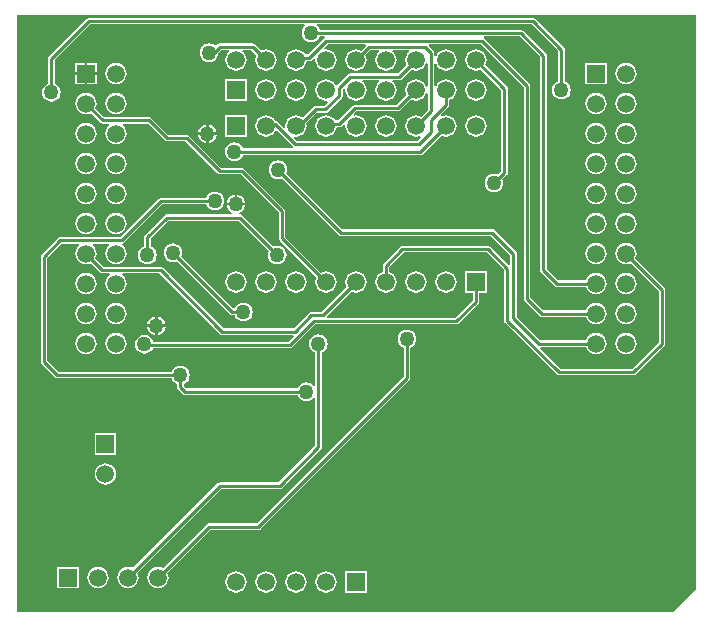
<source format=gbl>
G04*
G04 #@! TF.GenerationSoftware,Altium Limited,Altium Designer,19.0.12 (326)*
G04*
G04 Layer_Physical_Order=2*
G04 Layer_Color=16711680*
%FSLAX25Y25*%
%MOIN*%
G70*
G01*
G75*
%ADD10C,0.01000*%
%ADD38C,0.05906*%
%ADD39R,0.05906X0.05906*%
%ADD40R,0.05906X0.05906*%
%ADD41C,0.05000*%
G36*
X227971Y9634D02*
X220337Y2000D01*
X1529D01*
X1529Y200971D01*
X227971D01*
Y9634D01*
D02*
G37*
%LPC*%
G36*
X173500Y200122D02*
X173500Y200122D01*
X25500D01*
X25500Y200122D01*
X25071Y200036D01*
X24707Y199793D01*
X12207Y187293D01*
X11964Y186929D01*
X11878Y186500D01*
X11878Y186500D01*
Y178141D01*
X11437Y177958D01*
X10789Y177461D01*
X10292Y176813D01*
X9980Y176059D01*
X9873Y175250D01*
X9980Y174441D01*
X10292Y173687D01*
X10789Y173039D01*
X11437Y172542D01*
X12191Y172230D01*
X13000Y172123D01*
X13809Y172230D01*
X14563Y172542D01*
X15211Y173039D01*
X15708Y173687D01*
X16020Y174441D01*
X16127Y175250D01*
X16020Y176059D01*
X15708Y176813D01*
X15211Y177461D01*
X14563Y177958D01*
X14121Y178141D01*
Y186035D01*
X25965Y197878D01*
X97338D01*
X97507Y197378D01*
X97289Y197211D01*
X96792Y196563D01*
X96480Y195809D01*
X96373Y195000D01*
X96480Y194191D01*
X96792Y193437D01*
X97289Y192789D01*
X97937Y192292D01*
X98691Y191980D01*
X99500Y191873D01*
X100309Y191980D01*
X101063Y192292D01*
X101711Y192789D01*
X102208Y193437D01*
X102391Y193878D01*
X103909D01*
X104061Y193378D01*
X103863Y193246D01*
X103863Y193246D01*
X98488Y187872D01*
X97542D01*
X97034Y188534D01*
X96292Y189103D01*
X95427Y189461D01*
X94500Y189583D01*
X93573Y189461D01*
X92708Y189103D01*
X91966Y188534D01*
X91397Y187792D01*
X91039Y186927D01*
X90917Y186000D01*
X91039Y185073D01*
X91397Y184208D01*
X91966Y183466D01*
X92708Y182897D01*
X93573Y182539D01*
X94500Y182417D01*
X95427Y182539D01*
X96292Y182897D01*
X97034Y183466D01*
X97603Y184208D01*
X97961Y185073D01*
X98035Y185628D01*
X98953D01*
X98953Y185628D01*
X99382Y185714D01*
X99746Y185957D01*
X100507Y186718D01*
X100980Y186484D01*
X100917Y186000D01*
X101039Y185073D01*
X101397Y184208D01*
X101966Y183466D01*
X102708Y182897D01*
X103573Y182539D01*
X104500Y182417D01*
X105427Y182539D01*
X106292Y182897D01*
X107034Y183466D01*
X107603Y184208D01*
X107961Y185073D01*
X108083Y186000D01*
X107961Y186927D01*
X107603Y187792D01*
X107034Y188534D01*
X106292Y189103D01*
X105427Y189461D01*
X104500Y189583D01*
X104016Y189520D01*
X103782Y189993D01*
X105120Y191331D01*
X117538D01*
X117745Y190831D01*
X116098Y189184D01*
X115427Y189461D01*
X114500Y189583D01*
X113573Y189461D01*
X112708Y189103D01*
X111966Y188534D01*
X111397Y187792D01*
X111039Y186927D01*
X110917Y186000D01*
X111039Y185073D01*
X111397Y184208D01*
X111966Y183466D01*
X112708Y182897D01*
X113573Y182539D01*
X114500Y182417D01*
X115427Y182539D01*
X116292Y182897D01*
X117034Y183466D01*
X117603Y184208D01*
X117961Y185073D01*
X118083Y186000D01*
X117961Y186927D01*
X117684Y187598D01*
X119417Y189331D01*
X122184D01*
X122354Y188831D01*
X121966Y188534D01*
X121397Y187792D01*
X121039Y186927D01*
X120917Y186000D01*
X121039Y185073D01*
X121397Y184208D01*
X121966Y183466D01*
X122708Y182897D01*
X123573Y182539D01*
X124500Y182417D01*
X125427Y182539D01*
X126292Y182897D01*
X127034Y183466D01*
X127603Y184208D01*
X127961Y185073D01*
X128083Y186000D01*
X127961Y186927D01*
X127603Y187792D01*
X127034Y188534D01*
X126646Y188831D01*
X126816Y189331D01*
X132184D01*
X132354Y188831D01*
X131966Y188534D01*
X131397Y187792D01*
X131039Y186927D01*
X130917Y186000D01*
X131039Y185073D01*
X131316Y184402D01*
X128488Y181574D01*
X112656D01*
X112656Y181574D01*
X112226Y181489D01*
X111863Y181246D01*
X108222Y177605D01*
X107939Y177602D01*
X107650Y177680D01*
X107603Y177792D01*
X107034Y178534D01*
X106292Y179103D01*
X105427Y179461D01*
X104500Y179583D01*
X103573Y179461D01*
X102708Y179103D01*
X101966Y178534D01*
X101397Y177792D01*
X101039Y176927D01*
X100917Y176000D01*
X101039Y175073D01*
X101397Y174208D01*
X101966Y173466D01*
X102708Y172897D01*
X103573Y172539D01*
X104500Y172417D01*
X104984Y172480D01*
X105218Y172007D01*
X103880Y170669D01*
X101047D01*
X101047Y170669D01*
X100618Y170583D01*
X100254Y170340D01*
X96702Y166788D01*
X96292Y167103D01*
X95427Y167461D01*
X94500Y167583D01*
X93573Y167461D01*
X92708Y167103D01*
X91966Y166534D01*
X91397Y165792D01*
X91039Y164927D01*
X90917Y164000D01*
X90980Y163516D01*
X90507Y163282D01*
X88246Y165543D01*
X87882Y165786D01*
X87558Y165850D01*
X87034Y166534D01*
X86292Y167103D01*
X85427Y167461D01*
X84500Y167583D01*
X83573Y167461D01*
X82708Y167103D01*
X81966Y166534D01*
X81397Y165792D01*
X81039Y164927D01*
X80917Y164000D01*
X81039Y163073D01*
X81397Y162208D01*
X81966Y161466D01*
X82708Y160897D01*
X83573Y160539D01*
X84500Y160417D01*
X85427Y160539D01*
X86292Y160897D01*
X87034Y161466D01*
X87603Y162208D01*
X87667Y162362D01*
X88157Y162459D01*
X93410Y157207D01*
X93410Y157207D01*
X93538Y157122D01*
X93386Y156622D01*
X76891D01*
X76708Y157063D01*
X76211Y157711D01*
X75563Y158208D01*
X74809Y158520D01*
X74000Y158627D01*
X73191Y158520D01*
X72437Y158208D01*
X71789Y157711D01*
X71292Y157063D01*
X70980Y156309D01*
X70873Y155500D01*
X70980Y154691D01*
X71292Y153937D01*
X71789Y153289D01*
X72437Y152792D01*
X73191Y152480D01*
X74000Y152373D01*
X74809Y152480D01*
X75563Y152792D01*
X76211Y153289D01*
X76708Y153937D01*
X76891Y154378D01*
X136000D01*
X136000Y154378D01*
X136429Y154464D01*
X136793Y154707D01*
X142902Y160816D01*
X143573Y160539D01*
X144500Y160417D01*
X145427Y160539D01*
X146292Y160897D01*
X147034Y161466D01*
X147603Y162208D01*
X147961Y163073D01*
X148083Y164000D01*
X147961Y164927D01*
X147603Y165792D01*
X147034Y166534D01*
X146292Y167103D01*
X145427Y167461D01*
X144500Y167583D01*
X143573Y167461D01*
X143030Y167236D01*
X142746Y167660D01*
X145293Y170207D01*
X145293Y170207D01*
X145536Y170571D01*
X145622Y171000D01*
X145622Y171000D01*
Y172619D01*
X146292Y172897D01*
X147034Y173466D01*
X147603Y174208D01*
X147961Y175073D01*
X148083Y176000D01*
X147961Y176927D01*
X147603Y177792D01*
X147034Y178534D01*
X146292Y179103D01*
X145427Y179461D01*
X144500Y179583D01*
X143573Y179461D01*
X142708Y179103D01*
X141966Y178534D01*
X141397Y177792D01*
X141122Y177128D01*
X140622Y177227D01*
Y184773D01*
X141122Y184872D01*
X141397Y184208D01*
X141966Y183466D01*
X142708Y182897D01*
X143573Y182539D01*
X144500Y182417D01*
X145427Y182539D01*
X146292Y182897D01*
X147034Y183466D01*
X147603Y184208D01*
X147961Y185073D01*
X148083Y186000D01*
X147961Y186927D01*
X147603Y187792D01*
X147034Y188534D01*
X146292Y189103D01*
X145427Y189461D01*
X144500Y189583D01*
X143573Y189461D01*
X142708Y189103D01*
X141966Y188534D01*
X141397Y187792D01*
X141122Y187127D01*
X140622Y187227D01*
Y188500D01*
X140622Y188500D01*
X140536Y188929D01*
X140293Y189293D01*
X138755Y190831D01*
X138962Y191331D01*
X156083D01*
X170378Y177035D01*
Y106500D01*
X170378Y106500D01*
X170464Y106071D01*
X170707Y105707D01*
X175707Y100707D01*
X175707Y100707D01*
X176071Y100464D01*
X176500Y100378D01*
X176500Y100378D01*
X191119D01*
X191397Y99708D01*
X191966Y98966D01*
X192708Y98397D01*
X193573Y98039D01*
X194500Y97917D01*
X195427Y98039D01*
X196292Y98397D01*
X197034Y98966D01*
X197603Y99708D01*
X197961Y100573D01*
X198083Y101500D01*
X197961Y102427D01*
X197603Y103292D01*
X197034Y104034D01*
X196292Y104603D01*
X195427Y104961D01*
X194500Y105083D01*
X193573Y104961D01*
X192708Y104603D01*
X191966Y104034D01*
X191397Y103292D01*
X191119Y102622D01*
X176965D01*
X172622Y106965D01*
Y177500D01*
X172622Y177500D01*
X172536Y177929D01*
X172293Y178293D01*
X172293Y178293D01*
X157340Y193246D01*
X157142Y193378D01*
X157293Y193878D01*
X169035D01*
X175878Y187035D01*
Y116000D01*
X175878Y116000D01*
X175964Y115571D01*
X176207Y115207D01*
X180707Y110707D01*
X180707Y110707D01*
X181071Y110464D01*
X181500Y110378D01*
X181500Y110378D01*
X191119D01*
X191397Y109708D01*
X191966Y108966D01*
X192708Y108397D01*
X193573Y108039D01*
X194500Y107917D01*
X195427Y108039D01*
X196292Y108397D01*
X197034Y108966D01*
X197603Y109708D01*
X197961Y110573D01*
X198083Y111500D01*
X197961Y112427D01*
X197603Y113292D01*
X197034Y114034D01*
X196292Y114603D01*
X195427Y114961D01*
X194500Y115083D01*
X193573Y114961D01*
X192708Y114603D01*
X191966Y114034D01*
X191397Y113292D01*
X191119Y112622D01*
X181965D01*
X178122Y116465D01*
Y187500D01*
X178036Y187929D01*
X177793Y188293D01*
X177793Y188293D01*
X170293Y195793D01*
X169929Y196036D01*
X169500Y196122D01*
X169500Y196122D01*
X102391D01*
X102208Y196563D01*
X101711Y197211D01*
X101493Y197378D01*
X101662Y197878D01*
X173035D01*
X181878Y189035D01*
Y178891D01*
X181437Y178708D01*
X180789Y178211D01*
X180292Y177563D01*
X179980Y176809D01*
X179873Y176000D01*
X179980Y175191D01*
X180292Y174437D01*
X180789Y173789D01*
X181437Y173292D01*
X182191Y172980D01*
X183000Y172873D01*
X183809Y172980D01*
X184563Y173292D01*
X185211Y173789D01*
X185708Y174437D01*
X186020Y175191D01*
X186127Y176000D01*
X186020Y176809D01*
X185708Y177563D01*
X185211Y178211D01*
X184563Y178708D01*
X184122Y178891D01*
Y189500D01*
X184122Y189500D01*
X184036Y189929D01*
X183793Y190293D01*
X183793Y190293D01*
X174293Y199793D01*
X173929Y200036D01*
X173500Y200122D01*
D02*
G37*
G36*
X65500Y191627D02*
X64691Y191520D01*
X63937Y191208D01*
X63289Y190711D01*
X62792Y190063D01*
X62480Y189309D01*
X62373Y188500D01*
X62480Y187691D01*
X62792Y186937D01*
X63289Y186289D01*
X63937Y185792D01*
X64691Y185480D01*
X65500Y185373D01*
X66309Y185480D01*
X67063Y185792D01*
X67711Y186289D01*
X68208Y186937D01*
X68520Y187691D01*
X68620Y188452D01*
X69500Y189331D01*
X72184D01*
X72354Y188831D01*
X71966Y188534D01*
X71397Y187792D01*
X71039Y186927D01*
X70917Y186000D01*
X71039Y185073D01*
X71397Y184208D01*
X71966Y183466D01*
X72708Y182897D01*
X73573Y182539D01*
X74500Y182417D01*
X75427Y182539D01*
X76292Y182897D01*
X77034Y183466D01*
X77603Y184208D01*
X77961Y185073D01*
X78083Y186000D01*
X77961Y186927D01*
X77603Y187792D01*
X77034Y188534D01*
X76646Y188831D01*
X76816Y189331D01*
X79583D01*
X81316Y187598D01*
X81039Y186927D01*
X80917Y186000D01*
X81039Y185073D01*
X81397Y184208D01*
X81966Y183466D01*
X82708Y182897D01*
X83573Y182539D01*
X84500Y182417D01*
X85427Y182539D01*
X86292Y182897D01*
X87034Y183466D01*
X87603Y184208D01*
X87961Y185073D01*
X88083Y186000D01*
X87961Y186927D01*
X87603Y187792D01*
X87034Y188534D01*
X86292Y189103D01*
X85427Y189461D01*
X84500Y189583D01*
X83573Y189461D01*
X82902Y189184D01*
X80840Y191246D01*
X80476Y191489D01*
X80047Y191574D01*
X80047Y191574D01*
X69035D01*
X69035Y191574D01*
X68606Y191489D01*
X68242Y191246D01*
X67709Y190713D01*
X67063Y191208D01*
X66309Y191520D01*
X65500Y191627D01*
D02*
G37*
G36*
X28053Y185053D02*
X24900D01*
Y181900D01*
X28053D01*
Y185053D01*
D02*
G37*
G36*
X24100D02*
X20947D01*
Y181900D01*
X24100D01*
Y185053D01*
D02*
G37*
G36*
X198053D02*
X190947D01*
Y177947D01*
X198053D01*
Y185053D01*
D02*
G37*
G36*
X28053Y181100D02*
X24900D01*
Y177947D01*
X28053D01*
Y181100D01*
D02*
G37*
G36*
X24100D02*
X20947D01*
Y177947D01*
X24100D01*
Y181100D01*
D02*
G37*
G36*
X204500Y185083D02*
X203573Y184961D01*
X202708Y184603D01*
X201966Y184034D01*
X201397Y183292D01*
X201039Y182427D01*
X200917Y181500D01*
X201039Y180573D01*
X201397Y179708D01*
X201966Y178966D01*
X202708Y178397D01*
X203573Y178039D01*
X204500Y177917D01*
X205427Y178039D01*
X206292Y178397D01*
X207034Y178966D01*
X207603Y179708D01*
X207961Y180573D01*
X208083Y181500D01*
X207961Y182427D01*
X207603Y183292D01*
X207034Y184034D01*
X206292Y184603D01*
X205427Y184961D01*
X204500Y185083D01*
D02*
G37*
G36*
X34500D02*
X33573Y184961D01*
X32708Y184603D01*
X31966Y184034D01*
X31397Y183292D01*
X31039Y182427D01*
X30917Y181500D01*
X31039Y180573D01*
X31397Y179708D01*
X31966Y178966D01*
X32708Y178397D01*
X33573Y178039D01*
X34500Y177917D01*
X35427Y178039D01*
X36292Y178397D01*
X37034Y178966D01*
X37603Y179708D01*
X37961Y180573D01*
X38083Y181500D01*
X37961Y182427D01*
X37603Y183292D01*
X37034Y184034D01*
X36292Y184603D01*
X35427Y184961D01*
X34500Y185083D01*
D02*
G37*
G36*
X78053Y179553D02*
X70947D01*
Y172447D01*
X78053D01*
Y179553D01*
D02*
G37*
G36*
X154500Y179583D02*
X153573Y179461D01*
X152708Y179103D01*
X151966Y178534D01*
X151397Y177792D01*
X151039Y176927D01*
X150917Y176000D01*
X151039Y175073D01*
X151397Y174208D01*
X151966Y173466D01*
X152708Y172897D01*
X153573Y172539D01*
X154500Y172417D01*
X155427Y172539D01*
X156292Y172897D01*
X157034Y173466D01*
X157603Y174208D01*
X157961Y175073D01*
X158083Y176000D01*
X157961Y176927D01*
X157603Y177792D01*
X157034Y178534D01*
X156292Y179103D01*
X155427Y179461D01*
X154500Y179583D01*
D02*
G37*
G36*
X94500D02*
X93573Y179461D01*
X92708Y179103D01*
X91966Y178534D01*
X91397Y177792D01*
X91039Y176927D01*
X90917Y176000D01*
X91039Y175073D01*
X91397Y174208D01*
X91966Y173466D01*
X92708Y172897D01*
X93573Y172539D01*
X94500Y172417D01*
X95427Y172539D01*
X96292Y172897D01*
X97034Y173466D01*
X97603Y174208D01*
X97961Y175073D01*
X98083Y176000D01*
X97961Y176927D01*
X97603Y177792D01*
X97034Y178534D01*
X96292Y179103D01*
X95427Y179461D01*
X94500Y179583D01*
D02*
G37*
G36*
X84500D02*
X83573Y179461D01*
X82708Y179103D01*
X81966Y178534D01*
X81397Y177792D01*
X81039Y176927D01*
X80917Y176000D01*
X81039Y175073D01*
X81397Y174208D01*
X81966Y173466D01*
X82708Y172897D01*
X83573Y172539D01*
X84500Y172417D01*
X85427Y172539D01*
X86292Y172897D01*
X87034Y173466D01*
X87603Y174208D01*
X87961Y175073D01*
X88083Y176000D01*
X87961Y176927D01*
X87603Y177792D01*
X87034Y178534D01*
X86292Y179103D01*
X85427Y179461D01*
X84500Y179583D01*
D02*
G37*
G36*
X204500Y175083D02*
X203573Y174961D01*
X202708Y174603D01*
X201966Y174034D01*
X201397Y173292D01*
X201039Y172427D01*
X200917Y171500D01*
X201039Y170573D01*
X201397Y169708D01*
X201966Y168966D01*
X202708Y168397D01*
X203573Y168039D01*
X204500Y167917D01*
X205427Y168039D01*
X206292Y168397D01*
X207034Y168966D01*
X207603Y169708D01*
X207961Y170573D01*
X208083Y171500D01*
X207961Y172427D01*
X207603Y173292D01*
X207034Y174034D01*
X206292Y174603D01*
X205427Y174961D01*
X204500Y175083D01*
D02*
G37*
G36*
X194500D02*
X193573Y174961D01*
X192708Y174603D01*
X191966Y174034D01*
X191397Y173292D01*
X191039Y172427D01*
X190917Y171500D01*
X191039Y170573D01*
X191397Y169708D01*
X191966Y168966D01*
X192708Y168397D01*
X193573Y168039D01*
X194500Y167917D01*
X195427Y168039D01*
X196292Y168397D01*
X197034Y168966D01*
X197603Y169708D01*
X197961Y170573D01*
X198083Y171500D01*
X197961Y172427D01*
X197603Y173292D01*
X197034Y174034D01*
X196292Y174603D01*
X195427Y174961D01*
X194500Y175083D01*
D02*
G37*
G36*
X34500D02*
X33573Y174961D01*
X32708Y174603D01*
X31966Y174034D01*
X31397Y173292D01*
X31039Y172427D01*
X30917Y171500D01*
X31039Y170573D01*
X31397Y169708D01*
X31966Y168966D01*
X32708Y168397D01*
X33573Y168039D01*
X34500Y167917D01*
X35427Y168039D01*
X36292Y168397D01*
X37034Y168966D01*
X37603Y169708D01*
X37961Y170573D01*
X38083Y171500D01*
X37961Y172427D01*
X37603Y173292D01*
X37034Y174034D01*
X36292Y174603D01*
X35427Y174961D01*
X34500Y175083D01*
D02*
G37*
G36*
X65400Y164574D02*
Y161900D01*
X68074D01*
X68020Y162309D01*
X67708Y163063D01*
X67211Y163711D01*
X66563Y164208D01*
X65809Y164520D01*
X65400Y164574D01*
D02*
G37*
G36*
X64600D02*
X64191Y164520D01*
X63437Y164208D01*
X62789Y163711D01*
X62292Y163063D01*
X61980Y162309D01*
X61926Y161900D01*
X64600D01*
Y164574D01*
D02*
G37*
G36*
X78053Y167553D02*
X70947D01*
Y160447D01*
X78053D01*
Y167553D01*
D02*
G37*
G36*
X154500Y167583D02*
X153573Y167461D01*
X152708Y167103D01*
X151966Y166534D01*
X151397Y165792D01*
X151039Y164927D01*
X150917Y164000D01*
X151039Y163073D01*
X151397Y162208D01*
X151966Y161466D01*
X152708Y160897D01*
X153573Y160539D01*
X154500Y160417D01*
X155427Y160539D01*
X156292Y160897D01*
X157034Y161466D01*
X157603Y162208D01*
X157961Y163073D01*
X158083Y164000D01*
X157961Y164927D01*
X157603Y165792D01*
X157034Y166534D01*
X156292Y167103D01*
X155427Y167461D01*
X154500Y167583D01*
D02*
G37*
G36*
X68074Y161100D02*
X65400D01*
Y158426D01*
X65809Y158480D01*
X66563Y158792D01*
X67211Y159289D01*
X67708Y159937D01*
X68020Y160691D01*
X68074Y161100D01*
D02*
G37*
G36*
X64600D02*
X61926D01*
X61980Y160691D01*
X62292Y159937D01*
X62789Y159289D01*
X63437Y158792D01*
X64191Y158480D01*
X64600Y158426D01*
Y161100D01*
D02*
G37*
G36*
X204500Y165083D02*
X203573Y164961D01*
X202708Y164603D01*
X201966Y164034D01*
X201397Y163292D01*
X201039Y162427D01*
X200917Y161500D01*
X201039Y160573D01*
X201397Y159708D01*
X201966Y158966D01*
X202708Y158397D01*
X203573Y158039D01*
X204500Y157917D01*
X205427Y158039D01*
X206292Y158397D01*
X207034Y158966D01*
X207603Y159708D01*
X207961Y160573D01*
X208083Y161500D01*
X207961Y162427D01*
X207603Y163292D01*
X207034Y164034D01*
X206292Y164603D01*
X205427Y164961D01*
X204500Y165083D01*
D02*
G37*
G36*
X194500D02*
X193573Y164961D01*
X192708Y164603D01*
X191966Y164034D01*
X191397Y163292D01*
X191039Y162427D01*
X190917Y161500D01*
X191039Y160573D01*
X191397Y159708D01*
X191966Y158966D01*
X192708Y158397D01*
X193573Y158039D01*
X194500Y157917D01*
X195427Y158039D01*
X196292Y158397D01*
X197034Y158966D01*
X197603Y159708D01*
X197961Y160573D01*
X198083Y161500D01*
X197961Y162427D01*
X197603Y163292D01*
X197034Y164034D01*
X196292Y164603D01*
X195427Y164961D01*
X194500Y165083D01*
D02*
G37*
G36*
X24500D02*
X23573Y164961D01*
X22708Y164603D01*
X21966Y164034D01*
X21397Y163292D01*
X21039Y162427D01*
X20917Y161500D01*
X21039Y160573D01*
X21397Y159708D01*
X21966Y158966D01*
X22708Y158397D01*
X23573Y158039D01*
X24500Y157917D01*
X25427Y158039D01*
X26292Y158397D01*
X27034Y158966D01*
X27603Y159708D01*
X27961Y160573D01*
X28083Y161500D01*
X27961Y162427D01*
X27603Y163292D01*
X27034Y164034D01*
X26292Y164603D01*
X25427Y164961D01*
X24500Y165083D01*
D02*
G37*
G36*
X204500Y155083D02*
X203573Y154961D01*
X202708Y154603D01*
X201966Y154034D01*
X201397Y153292D01*
X201039Y152427D01*
X200917Y151500D01*
X201039Y150573D01*
X201397Y149708D01*
X201966Y148966D01*
X202708Y148397D01*
X203573Y148039D01*
X204500Y147917D01*
X205427Y148039D01*
X206292Y148397D01*
X207034Y148966D01*
X207603Y149708D01*
X207961Y150573D01*
X208083Y151500D01*
X207961Y152427D01*
X207603Y153292D01*
X207034Y154034D01*
X206292Y154603D01*
X205427Y154961D01*
X204500Y155083D01*
D02*
G37*
G36*
X194500D02*
X193573Y154961D01*
X192708Y154603D01*
X191966Y154034D01*
X191397Y153292D01*
X191039Y152427D01*
X190917Y151500D01*
X191039Y150573D01*
X191397Y149708D01*
X191966Y148966D01*
X192708Y148397D01*
X193573Y148039D01*
X194500Y147917D01*
X195427Y148039D01*
X196292Y148397D01*
X197034Y148966D01*
X197603Y149708D01*
X197961Y150573D01*
X198083Y151500D01*
X197961Y152427D01*
X197603Y153292D01*
X197034Y154034D01*
X196292Y154603D01*
X195427Y154961D01*
X194500Y155083D01*
D02*
G37*
G36*
X34500D02*
X33573Y154961D01*
X32708Y154603D01*
X31966Y154034D01*
X31397Y153292D01*
X31039Y152427D01*
X30917Y151500D01*
X31039Y150573D01*
X31397Y149708D01*
X31966Y148966D01*
X32708Y148397D01*
X33573Y148039D01*
X34500Y147917D01*
X35427Y148039D01*
X36292Y148397D01*
X37034Y148966D01*
X37603Y149708D01*
X37961Y150573D01*
X38083Y151500D01*
X37961Y152427D01*
X37603Y153292D01*
X37034Y154034D01*
X36292Y154603D01*
X35427Y154961D01*
X34500Y155083D01*
D02*
G37*
G36*
X24500D02*
X23573Y154961D01*
X22708Y154603D01*
X21966Y154034D01*
X21397Y153292D01*
X21039Y152427D01*
X20917Y151500D01*
X21039Y150573D01*
X21397Y149708D01*
X21966Y148966D01*
X22708Y148397D01*
X23573Y148039D01*
X24500Y147917D01*
X25427Y148039D01*
X26292Y148397D01*
X27034Y148966D01*
X27603Y149708D01*
X27961Y150573D01*
X28083Y151500D01*
X27961Y152427D01*
X27603Y153292D01*
X27034Y154034D01*
X26292Y154603D01*
X25427Y154961D01*
X24500Y155083D01*
D02*
G37*
G36*
X154500Y189583D02*
X153573Y189461D01*
X152708Y189103D01*
X151966Y188534D01*
X151397Y187792D01*
X151039Y186927D01*
X150917Y186000D01*
X151039Y185073D01*
X151397Y184208D01*
X151966Y183466D01*
X152708Y182897D01*
X153573Y182539D01*
X154500Y182417D01*
X155427Y182539D01*
X156098Y182816D01*
X162878Y176035D01*
Y148965D01*
X161751Y147837D01*
X161309Y148020D01*
X160500Y148127D01*
X159691Y148020D01*
X158937Y147708D01*
X158289Y147211D01*
X157792Y146563D01*
X157480Y145809D01*
X157373Y145000D01*
X157480Y144191D01*
X157792Y143437D01*
X158289Y142789D01*
X158937Y142292D01*
X159691Y141980D01*
X160500Y141873D01*
X161309Y141980D01*
X162063Y142292D01*
X162711Y142789D01*
X163208Y143437D01*
X163520Y144191D01*
X163627Y145000D01*
X163520Y145809D01*
X163337Y146251D01*
X164793Y147707D01*
X164793Y147707D01*
X165036Y148071D01*
X165122Y148500D01*
X165122Y148500D01*
Y176500D01*
X165122Y176500D01*
X165036Y176929D01*
X164793Y177293D01*
X164793Y177293D01*
X157684Y184402D01*
X157961Y185073D01*
X158083Y186000D01*
X157961Y186927D01*
X157603Y187792D01*
X157034Y188534D01*
X156292Y189103D01*
X155427Y189461D01*
X154500Y189583D01*
D02*
G37*
G36*
X74900Y141074D02*
Y138400D01*
X77574D01*
X77520Y138809D01*
X77208Y139563D01*
X76711Y140211D01*
X76063Y140708D01*
X75309Y141020D01*
X74900Y141074D01*
D02*
G37*
G36*
X74100D02*
X73691Y141020D01*
X72937Y140708D01*
X72289Y140211D01*
X71792Y139563D01*
X71480Y138809D01*
X71426Y138400D01*
X74100D01*
Y141074D01*
D02*
G37*
G36*
X204500Y145083D02*
X203573Y144961D01*
X202708Y144603D01*
X201966Y144034D01*
X201397Y143292D01*
X201039Y142427D01*
X200917Y141500D01*
X201039Y140573D01*
X201397Y139708D01*
X201966Y138966D01*
X202708Y138397D01*
X203573Y138039D01*
X204500Y137917D01*
X205427Y138039D01*
X206292Y138397D01*
X207034Y138966D01*
X207603Y139708D01*
X207961Y140573D01*
X208083Y141500D01*
X207961Y142427D01*
X207603Y143292D01*
X207034Y144034D01*
X206292Y144603D01*
X205427Y144961D01*
X204500Y145083D01*
D02*
G37*
G36*
X194500D02*
X193573Y144961D01*
X192708Y144603D01*
X191966Y144034D01*
X191397Y143292D01*
X191039Y142427D01*
X190917Y141500D01*
X191039Y140573D01*
X191397Y139708D01*
X191966Y138966D01*
X192708Y138397D01*
X193573Y138039D01*
X194500Y137917D01*
X195427Y138039D01*
X196292Y138397D01*
X197034Y138966D01*
X197603Y139708D01*
X197961Y140573D01*
X198083Y141500D01*
X197961Y142427D01*
X197603Y143292D01*
X197034Y144034D01*
X196292Y144603D01*
X195427Y144961D01*
X194500Y145083D01*
D02*
G37*
G36*
X34500D02*
X33573Y144961D01*
X32708Y144603D01*
X31966Y144034D01*
X31397Y143292D01*
X31039Y142427D01*
X30917Y141500D01*
X31039Y140573D01*
X31397Y139708D01*
X31966Y138966D01*
X32708Y138397D01*
X33573Y138039D01*
X34500Y137917D01*
X35427Y138039D01*
X36292Y138397D01*
X37034Y138966D01*
X37603Y139708D01*
X37961Y140573D01*
X38083Y141500D01*
X37961Y142427D01*
X37603Y143292D01*
X37034Y144034D01*
X36292Y144603D01*
X35427Y144961D01*
X34500Y145083D01*
D02*
G37*
G36*
X24500D02*
X23573Y144961D01*
X22708Y144603D01*
X21966Y144034D01*
X21397Y143292D01*
X21039Y142427D01*
X20917Y141500D01*
X21039Y140573D01*
X21397Y139708D01*
X21966Y138966D01*
X22708Y138397D01*
X23573Y138039D01*
X24500Y137917D01*
X25427Y138039D01*
X26292Y138397D01*
X27034Y138966D01*
X27603Y139708D01*
X27961Y140573D01*
X28083Y141500D01*
X27961Y142427D01*
X27603Y143292D01*
X27034Y144034D01*
X26292Y144603D01*
X25427Y144961D01*
X24500Y145083D01*
D02*
G37*
G36*
X67500Y142127D02*
X66691Y142020D01*
X65937Y141708D01*
X65289Y141211D01*
X64792Y140563D01*
X64609Y140122D01*
X49500D01*
X49071Y140036D01*
X48707Y139793D01*
X48707Y139793D01*
X35988Y127074D01*
X15953D01*
X15953Y127074D01*
X15524Y126989D01*
X15160Y126746D01*
X15160Y126746D01*
X9707Y121293D01*
X9464Y120929D01*
X9378Y120500D01*
X9378Y120500D01*
Y85500D01*
X9378Y85500D01*
X9464Y85071D01*
X9707Y84707D01*
X14207Y80207D01*
X14207Y80207D01*
X14571Y79964D01*
X15000Y79878D01*
X15000Y79878D01*
X53109D01*
X53292Y79437D01*
X53789Y78789D01*
X54437Y78292D01*
X54878Y78109D01*
Y77000D01*
X54878Y77000D01*
X54964Y76571D01*
X55207Y76207D01*
X56707Y74707D01*
X57071Y74464D01*
X57500Y74378D01*
X57500Y74378D01*
X95109D01*
X95292Y73937D01*
X95789Y73289D01*
X96437Y72792D01*
X97191Y72480D01*
X98000Y72373D01*
X98809Y72480D01*
X99563Y72792D01*
X100211Y73289D01*
X100378Y73507D01*
X100878Y73338D01*
Y57465D01*
X88676Y45262D01*
X69141D01*
X68712Y45177D01*
X68348Y44934D01*
X68348Y44934D01*
X40098Y16684D01*
X39427Y16961D01*
X38500Y17083D01*
X37573Y16961D01*
X36708Y16603D01*
X35966Y16034D01*
X35397Y15292D01*
X35039Y14427D01*
X34917Y13500D01*
X35039Y12573D01*
X35397Y11708D01*
X35966Y10966D01*
X36708Y10397D01*
X37573Y10039D01*
X38500Y9917D01*
X39427Y10039D01*
X40292Y10397D01*
X41034Y10966D01*
X41603Y11708D01*
X41961Y12573D01*
X42083Y13500D01*
X41961Y14427D01*
X41684Y15098D01*
X69605Y43019D01*
X89141D01*
X89141Y43019D01*
X89570Y43105D01*
X89934Y43348D01*
X102793Y56207D01*
X102793Y56207D01*
X103036Y56571D01*
X103122Y57000D01*
X103122Y57000D01*
Y88609D01*
X103563Y88792D01*
X104211Y89289D01*
X104708Y89937D01*
X105020Y90691D01*
X105127Y91500D01*
X105020Y92309D01*
X104708Y93063D01*
X104211Y93711D01*
X103563Y94208D01*
X102809Y94520D01*
X102000Y94627D01*
X101191Y94520D01*
X100437Y94208D01*
X99789Y93711D01*
X99292Y93063D01*
X98980Y92309D01*
X98873Y91500D01*
X98980Y90691D01*
X99292Y89937D01*
X99789Y89289D01*
X100437Y88792D01*
X100878Y88609D01*
Y77662D01*
X100378Y77493D01*
X100211Y77711D01*
X99563Y78208D01*
X98809Y78520D01*
X98000Y78627D01*
X97191Y78520D01*
X96437Y78208D01*
X95789Y77711D01*
X95292Y77063D01*
X95109Y76622D01*
X57965D01*
X57122Y77465D01*
Y78109D01*
X57563Y78292D01*
X58211Y78789D01*
X58708Y79437D01*
X59020Y80191D01*
X59127Y81000D01*
X59020Y81809D01*
X58708Y82563D01*
X58211Y83211D01*
X57563Y83708D01*
X56809Y84020D01*
X56000Y84127D01*
X55191Y84020D01*
X54437Y83708D01*
X53789Y83211D01*
X53292Y82563D01*
X53109Y82122D01*
X15465D01*
X11622Y85965D01*
Y120035D01*
X16417Y124831D01*
X22184D01*
X22354Y124331D01*
X21966Y124034D01*
X21397Y123292D01*
X21039Y122427D01*
X20917Y121500D01*
X21039Y120573D01*
X21397Y119708D01*
X21966Y118966D01*
X22708Y118397D01*
X23573Y118039D01*
X24500Y117917D01*
X25427Y118039D01*
X26098Y118316D01*
X29176Y115238D01*
X29176Y115238D01*
X29540Y114995D01*
X29969Y114909D01*
X32285D01*
X32455Y114409D01*
X31966Y114034D01*
X31397Y113292D01*
X31039Y112427D01*
X30917Y111500D01*
X31039Y110573D01*
X31397Y109708D01*
X31966Y108966D01*
X32708Y108397D01*
X33573Y108039D01*
X34500Y107917D01*
X35427Y108039D01*
X36292Y108397D01*
X37034Y108966D01*
X37603Y109708D01*
X37961Y110573D01*
X38083Y111500D01*
X37961Y112427D01*
X37603Y113292D01*
X37034Y114034D01*
X36545Y114409D01*
X36715Y114909D01*
X49005D01*
X69207Y94707D01*
X69571Y94464D01*
X70000Y94378D01*
X70000Y94378D01*
X93585D01*
X93792Y93878D01*
X92035Y92122D01*
X46999D01*
X46708Y92823D01*
X46211Y93471D01*
X45563Y93968D01*
X44809Y94280D01*
X44000Y94387D01*
X43191Y94280D01*
X42437Y93968D01*
X41789Y93471D01*
X41292Y92823D01*
X40980Y92069D01*
X40873Y91260D01*
X40980Y90451D01*
X41292Y89697D01*
X41789Y89049D01*
X42437Y88552D01*
X43191Y88240D01*
X44000Y88133D01*
X44809Y88240D01*
X45563Y88552D01*
X46211Y89049D01*
X46708Y89697D01*
X46783Y89878D01*
X92500D01*
X92500Y89878D01*
X92929Y89964D01*
X93293Y90207D01*
X100965Y97878D01*
X148000D01*
X148000Y97878D01*
X148429Y97964D01*
X148793Y98207D01*
X155293Y104707D01*
X155293Y104707D01*
X155536Y105071D01*
X155622Y105500D01*
X155622Y105500D01*
Y108447D01*
X158053D01*
Y115553D01*
X150947D01*
Y108447D01*
X153378D01*
Y105965D01*
X147535Y100122D01*
X104915D01*
X104708Y100622D01*
X112902Y108816D01*
X113573Y108539D01*
X114500Y108417D01*
X115427Y108539D01*
X116292Y108897D01*
X117034Y109466D01*
X117603Y110208D01*
X117961Y111073D01*
X118083Y112000D01*
X117961Y112927D01*
X117603Y113792D01*
X117034Y114534D01*
X116292Y115103D01*
X115427Y115461D01*
X114500Y115583D01*
X113573Y115461D01*
X112708Y115103D01*
X111966Y114534D01*
X111397Y113792D01*
X111039Y112927D01*
X110917Y112000D01*
X111039Y111073D01*
X111316Y110402D01*
X103035Y102122D01*
X99672D01*
X99242Y102036D01*
X98879Y101793D01*
X98879Y101793D01*
X93707Y96622D01*
X70465D01*
X50262Y116824D01*
X49898Y117067D01*
X49469Y117152D01*
X49469Y117152D01*
X30434D01*
X27684Y119902D01*
X27961Y120573D01*
X28083Y121500D01*
X27961Y122427D01*
X27603Y123292D01*
X27034Y124034D01*
X26646Y124331D01*
X26816Y124831D01*
X32184D01*
X32354Y124331D01*
X31966Y124034D01*
X31397Y123292D01*
X31039Y122427D01*
X30917Y121500D01*
X31039Y120573D01*
X31397Y119708D01*
X31966Y118966D01*
X32708Y118397D01*
X33573Y118039D01*
X34500Y117917D01*
X35427Y118039D01*
X36292Y118397D01*
X37034Y118966D01*
X37603Y119708D01*
X37961Y120573D01*
X38083Y121500D01*
X37961Y122427D01*
X37603Y123292D01*
X37034Y124034D01*
X36617Y124354D01*
X36741Y124889D01*
X36882Y124917D01*
X37246Y125160D01*
X49965Y137878D01*
X64609D01*
X64792Y137437D01*
X65289Y136789D01*
X65937Y136292D01*
X66691Y135980D01*
X67500Y135873D01*
X68309Y135980D01*
X69063Y136292D01*
X69711Y136789D01*
X70208Y137437D01*
X70520Y138191D01*
X70627Y139000D01*
X70520Y139809D01*
X70208Y140563D01*
X69711Y141211D01*
X69063Y141708D01*
X68309Y142020D01*
X67500Y142127D01*
D02*
G37*
G36*
X77574Y137600D02*
X71426D01*
X71480Y137191D01*
X71792Y136437D01*
X72289Y135789D01*
X72937Y135292D01*
X73348Y135122D01*
X73249Y134622D01*
X51500D01*
X51500Y134622D01*
X51071Y134536D01*
X50707Y134293D01*
X50707Y134293D01*
X44207Y127793D01*
X43964Y127429D01*
X43878Y127000D01*
X43878Y127000D01*
Y123891D01*
X43437Y123708D01*
X42789Y123211D01*
X42292Y122563D01*
X41980Y121809D01*
X41873Y121000D01*
X41980Y120191D01*
X42292Y119437D01*
X42789Y118789D01*
X43437Y118292D01*
X44191Y117980D01*
X45000Y117873D01*
X45809Y117980D01*
X46563Y118292D01*
X47211Y118789D01*
X47708Y119437D01*
X48020Y120191D01*
X48127Y121000D01*
X48020Y121809D01*
X47708Y122563D01*
X47211Y123211D01*
X46563Y123708D01*
X46122Y123891D01*
Y126535D01*
X51965Y132378D01*
X75276D01*
X85403Y122251D01*
X85220Y121809D01*
X85113Y121000D01*
X85220Y120191D01*
X85532Y119437D01*
X86029Y118789D01*
X86677Y118292D01*
X87431Y117980D01*
X88240Y117873D01*
X89049Y117980D01*
X89803Y118292D01*
X90451Y118789D01*
X90948Y119437D01*
X91260Y120191D01*
X91367Y121000D01*
X91260Y121809D01*
X90948Y122563D01*
X90451Y123211D01*
X89803Y123708D01*
X89049Y124020D01*
X88240Y124127D01*
X87431Y124020D01*
X86989Y123837D01*
X76533Y134293D01*
X76169Y134536D01*
X75740Y134622D01*
X75740Y134622D01*
X75652Y135122D01*
X76063Y135292D01*
X76711Y135789D01*
X77208Y136437D01*
X77520Y137191D01*
X77574Y137600D01*
D02*
G37*
G36*
X204500Y135083D02*
X203573Y134961D01*
X202708Y134603D01*
X201966Y134034D01*
X201397Y133292D01*
X201039Y132427D01*
X200917Y131500D01*
X201039Y130573D01*
X201397Y129708D01*
X201966Y128966D01*
X202708Y128397D01*
X203573Y128039D01*
X204500Y127917D01*
X205427Y128039D01*
X206292Y128397D01*
X207034Y128966D01*
X207603Y129708D01*
X207961Y130573D01*
X208083Y131500D01*
X207961Y132427D01*
X207603Y133292D01*
X207034Y134034D01*
X206292Y134603D01*
X205427Y134961D01*
X204500Y135083D01*
D02*
G37*
G36*
X194500D02*
X193573Y134961D01*
X192708Y134603D01*
X191966Y134034D01*
X191397Y133292D01*
X191039Y132427D01*
X190917Y131500D01*
X191039Y130573D01*
X191397Y129708D01*
X191966Y128966D01*
X192708Y128397D01*
X193573Y128039D01*
X194500Y127917D01*
X195427Y128039D01*
X196292Y128397D01*
X197034Y128966D01*
X197603Y129708D01*
X197961Y130573D01*
X198083Y131500D01*
X197961Y132427D01*
X197603Y133292D01*
X197034Y134034D01*
X196292Y134603D01*
X195427Y134961D01*
X194500Y135083D01*
D02*
G37*
G36*
X34500D02*
X33573Y134961D01*
X32708Y134603D01*
X31966Y134034D01*
X31397Y133292D01*
X31039Y132427D01*
X30917Y131500D01*
X31039Y130573D01*
X31397Y129708D01*
X31966Y128966D01*
X32708Y128397D01*
X33573Y128039D01*
X34500Y127917D01*
X35427Y128039D01*
X36292Y128397D01*
X37034Y128966D01*
X37603Y129708D01*
X37961Y130573D01*
X38083Y131500D01*
X37961Y132427D01*
X37603Y133292D01*
X37034Y134034D01*
X36292Y134603D01*
X35427Y134961D01*
X34500Y135083D01*
D02*
G37*
G36*
X24500D02*
X23573Y134961D01*
X22708Y134603D01*
X21966Y134034D01*
X21397Y133292D01*
X21039Y132427D01*
X20917Y131500D01*
X21039Y130573D01*
X21397Y129708D01*
X21966Y128966D01*
X22708Y128397D01*
X23573Y128039D01*
X24500Y127917D01*
X25427Y128039D01*
X26292Y128397D01*
X27034Y128966D01*
X27603Y129708D01*
X27961Y130573D01*
X28083Y131500D01*
X27961Y132427D01*
X27603Y133292D01*
X27034Y134034D01*
X26292Y134603D01*
X25427Y134961D01*
X24500Y135083D01*
D02*
G37*
G36*
X194500Y125083D02*
X193573Y124961D01*
X192708Y124603D01*
X191966Y124034D01*
X191397Y123292D01*
X191039Y122427D01*
X190917Y121500D01*
X191039Y120573D01*
X191397Y119708D01*
X191966Y118966D01*
X192708Y118397D01*
X193573Y118039D01*
X194500Y117917D01*
X195427Y118039D01*
X196292Y118397D01*
X197034Y118966D01*
X197603Y119708D01*
X197961Y120573D01*
X198083Y121500D01*
X197961Y122427D01*
X197603Y123292D01*
X197034Y124034D01*
X196292Y124603D01*
X195427Y124961D01*
X194500Y125083D01*
D02*
G37*
G36*
X88500Y152627D02*
X87691Y152520D01*
X86937Y152208D01*
X86289Y151711D01*
X85792Y151063D01*
X85480Y150309D01*
X85373Y149500D01*
X85480Y148691D01*
X85792Y147937D01*
X86289Y147289D01*
X86937Y146792D01*
X87691Y146480D01*
X88500Y146373D01*
X89309Y146480D01*
X89751Y146663D01*
X108707Y127707D01*
X108707Y127707D01*
X109071Y127464D01*
X109500Y127378D01*
X159535D01*
X165878Y121035D01*
Y117915D01*
X165378Y117708D01*
X159293Y123793D01*
X158929Y124036D01*
X158500Y124122D01*
X158500Y124122D01*
X130000D01*
X129571Y124036D01*
X129207Y123793D01*
X129207Y123793D01*
X123707Y118293D01*
X123464Y117929D01*
X123378Y117500D01*
X123378Y117500D01*
Y115381D01*
X122708Y115103D01*
X121966Y114534D01*
X121397Y113792D01*
X121039Y112927D01*
X120917Y112000D01*
X121039Y111073D01*
X121397Y110208D01*
X121966Y109466D01*
X122708Y108897D01*
X123573Y108539D01*
X124500Y108417D01*
X125427Y108539D01*
X126292Y108897D01*
X127034Y109466D01*
X127603Y110208D01*
X127961Y111073D01*
X128083Y112000D01*
X127961Y112927D01*
X127603Y113792D01*
X127034Y114534D01*
X126292Y115103D01*
X125622Y115381D01*
Y117035D01*
X130465Y121878D01*
X158035D01*
X163878Y116035D01*
Y99172D01*
X163878Y99172D01*
X163964Y98742D01*
X164207Y98378D01*
X181378Y81207D01*
X181378Y81207D01*
X181742Y80964D01*
X182172Y80878D01*
X182172Y80878D01*
X207000D01*
X207000Y80878D01*
X207429Y80964D01*
X207793Y81207D01*
X217293Y90707D01*
X217293Y90707D01*
X217536Y91071D01*
X217622Y91500D01*
X217621Y91500D01*
Y109500D01*
X217536Y109929D01*
X217293Y110293D01*
X217293Y110293D01*
X207684Y119902D01*
X207961Y120573D01*
X208083Y121500D01*
X207961Y122427D01*
X207603Y123292D01*
X207034Y124034D01*
X206292Y124603D01*
X205427Y124961D01*
X204500Y125083D01*
X203573Y124961D01*
X202708Y124603D01*
X201966Y124034D01*
X201397Y123292D01*
X201039Y122427D01*
X200917Y121500D01*
X201039Y120573D01*
X201397Y119708D01*
X201966Y118966D01*
X202708Y118397D01*
X203573Y118039D01*
X204500Y117917D01*
X205427Y118039D01*
X206098Y118316D01*
X215378Y109035D01*
Y91965D01*
X206535Y83122D01*
X182636D01*
X175879Y89878D01*
X176086Y90378D01*
X191119D01*
X191397Y89708D01*
X191966Y88966D01*
X192708Y88397D01*
X193573Y88039D01*
X194500Y87917D01*
X195427Y88039D01*
X196292Y88397D01*
X197034Y88966D01*
X197603Y89708D01*
X197961Y90573D01*
X198083Y91500D01*
X197961Y92427D01*
X197603Y93292D01*
X197034Y94034D01*
X196292Y94603D01*
X195427Y94961D01*
X194500Y95083D01*
X193573Y94961D01*
X192708Y94603D01*
X191966Y94034D01*
X191397Y93292D01*
X191119Y92622D01*
X175965D01*
X168122Y100465D01*
Y121500D01*
X168036Y121929D01*
X167793Y122293D01*
X167793Y122293D01*
X160793Y129293D01*
X160429Y129536D01*
X160000Y129622D01*
X160000Y129622D01*
X109965D01*
X91337Y148249D01*
X91520Y148691D01*
X91627Y149500D01*
X91520Y150309D01*
X91208Y151063D01*
X90711Y151711D01*
X90063Y152208D01*
X89309Y152520D01*
X88500Y152627D01*
D02*
G37*
G36*
X144500Y115583D02*
X143573Y115461D01*
X142708Y115103D01*
X141966Y114534D01*
X141397Y113792D01*
X141039Y112927D01*
X140917Y112000D01*
X141039Y111073D01*
X141397Y110208D01*
X141966Y109466D01*
X142708Y108897D01*
X143573Y108539D01*
X144500Y108417D01*
X145427Y108539D01*
X146292Y108897D01*
X147034Y109466D01*
X147603Y110208D01*
X147961Y111073D01*
X148083Y112000D01*
X147961Y112927D01*
X147603Y113792D01*
X147034Y114534D01*
X146292Y115103D01*
X145427Y115461D01*
X144500Y115583D01*
D02*
G37*
G36*
X134500D02*
X133573Y115461D01*
X132708Y115103D01*
X131966Y114534D01*
X131397Y113792D01*
X131039Y112927D01*
X130917Y112000D01*
X131039Y111073D01*
X131397Y110208D01*
X131966Y109466D01*
X132708Y108897D01*
X133573Y108539D01*
X134500Y108417D01*
X135427Y108539D01*
X136292Y108897D01*
X137034Y109466D01*
X137603Y110208D01*
X137961Y111073D01*
X138083Y112000D01*
X137961Y112927D01*
X137603Y113792D01*
X137034Y114534D01*
X136292Y115103D01*
X135427Y115461D01*
X134500Y115583D01*
D02*
G37*
G36*
X24500Y175083D02*
X23573Y174961D01*
X22708Y174603D01*
X21966Y174034D01*
X21397Y173292D01*
X21039Y172427D01*
X20917Y171500D01*
X21039Y170573D01*
X21397Y169708D01*
X21966Y168966D01*
X22708Y168397D01*
X23573Y168039D01*
X24500Y167917D01*
X25427Y168039D01*
X26098Y168316D01*
X29254Y165160D01*
X29254Y165160D01*
X29618Y164917D01*
X30047Y164831D01*
X32184D01*
X32354Y164331D01*
X31966Y164034D01*
X31397Y163292D01*
X31039Y162427D01*
X30917Y161500D01*
X31039Y160573D01*
X31397Y159708D01*
X31966Y158966D01*
X32708Y158397D01*
X33573Y158039D01*
X34500Y157917D01*
X35427Y158039D01*
X36292Y158397D01*
X37034Y158966D01*
X37603Y159708D01*
X37961Y160573D01*
X38083Y161500D01*
X37961Y162427D01*
X37603Y163292D01*
X37034Y164034D01*
X36646Y164331D01*
X36816Y164831D01*
X45083D01*
X50707Y159207D01*
X50707Y159207D01*
X51071Y158964D01*
X51500Y158878D01*
X57692D01*
X68364Y148207D01*
X68728Y147964D01*
X69157Y147878D01*
X69157Y147878D01*
X76035D01*
X88738Y135176D01*
Y126641D01*
X88737Y126641D01*
X88823Y126212D01*
X89066Y125848D01*
X101316Y113598D01*
X101039Y112927D01*
X100917Y112000D01*
X101039Y111073D01*
X101397Y110208D01*
X101966Y109466D01*
X102708Y108897D01*
X103573Y108539D01*
X104500Y108417D01*
X105427Y108539D01*
X106292Y108897D01*
X107034Y109466D01*
X107603Y110208D01*
X107961Y111073D01*
X108083Y112000D01*
X107961Y112927D01*
X107603Y113792D01*
X107034Y114534D01*
X106292Y115103D01*
X105427Y115461D01*
X104500Y115583D01*
X103573Y115461D01*
X102902Y115184D01*
X90981Y127105D01*
Y135641D01*
X90895Y136070D01*
X90652Y136434D01*
X90652Y136434D01*
X77293Y149793D01*
X76929Y150036D01*
X76500Y150122D01*
X76500Y150122D01*
X69621D01*
X58950Y160793D01*
X58586Y161036D01*
X58157Y161122D01*
X58157Y161122D01*
X51965D01*
X46340Y166746D01*
X45976Y166989D01*
X45547Y167074D01*
X45547Y167074D01*
X30512D01*
X27684Y169902D01*
X27961Y170573D01*
X28083Y171500D01*
X27961Y172427D01*
X27603Y173292D01*
X27034Y174034D01*
X26292Y174603D01*
X25427Y174961D01*
X24500Y175083D01*
D02*
G37*
G36*
X94500Y115583D02*
X93573Y115461D01*
X92708Y115103D01*
X91966Y114534D01*
X91397Y113792D01*
X91039Y112927D01*
X90917Y112000D01*
X91039Y111073D01*
X91397Y110208D01*
X91966Y109466D01*
X92708Y108897D01*
X93573Y108539D01*
X94500Y108417D01*
X95427Y108539D01*
X96292Y108897D01*
X97034Y109466D01*
X97603Y110208D01*
X97961Y111073D01*
X98083Y112000D01*
X97961Y112927D01*
X97603Y113792D01*
X97034Y114534D01*
X96292Y115103D01*
X95427Y115461D01*
X94500Y115583D01*
D02*
G37*
G36*
X84500D02*
X83573Y115461D01*
X82708Y115103D01*
X81966Y114534D01*
X81397Y113792D01*
X81039Y112927D01*
X80917Y112000D01*
X81039Y111073D01*
X81397Y110208D01*
X81966Y109466D01*
X82708Y108897D01*
X83573Y108539D01*
X84500Y108417D01*
X85427Y108539D01*
X86292Y108897D01*
X87034Y109466D01*
X87603Y110208D01*
X87961Y111073D01*
X88083Y112000D01*
X87961Y112927D01*
X87603Y113792D01*
X87034Y114534D01*
X86292Y115103D01*
X85427Y115461D01*
X84500Y115583D01*
D02*
G37*
G36*
X74500D02*
X73573Y115461D01*
X72708Y115103D01*
X71966Y114534D01*
X71397Y113792D01*
X71039Y112927D01*
X70917Y112000D01*
X71039Y111073D01*
X71397Y110208D01*
X71966Y109466D01*
X72708Y108897D01*
X73573Y108539D01*
X74500Y108417D01*
X75427Y108539D01*
X76292Y108897D01*
X77034Y109466D01*
X77603Y110208D01*
X77961Y111073D01*
X78083Y112000D01*
X77961Y112927D01*
X77603Y113792D01*
X77034Y114534D01*
X76292Y115103D01*
X75427Y115461D01*
X74500Y115583D01*
D02*
G37*
G36*
X204500Y115083D02*
X203573Y114961D01*
X202708Y114603D01*
X201966Y114034D01*
X201397Y113292D01*
X201039Y112427D01*
X200917Y111500D01*
X201039Y110573D01*
X201397Y109708D01*
X201966Y108966D01*
X202708Y108397D01*
X203573Y108039D01*
X204500Y107917D01*
X205427Y108039D01*
X206292Y108397D01*
X207034Y108966D01*
X207603Y109708D01*
X207961Y110573D01*
X208083Y111500D01*
X207961Y112427D01*
X207603Y113292D01*
X207034Y114034D01*
X206292Y114603D01*
X205427Y114961D01*
X204500Y115083D01*
D02*
G37*
G36*
X24500D02*
X23573Y114961D01*
X22708Y114603D01*
X21966Y114034D01*
X21397Y113292D01*
X21039Y112427D01*
X20917Y111500D01*
X21039Y110573D01*
X21397Y109708D01*
X21966Y108966D01*
X22708Y108397D01*
X23573Y108039D01*
X24500Y107917D01*
X25427Y108039D01*
X26292Y108397D01*
X27034Y108966D01*
X27603Y109708D01*
X27961Y110573D01*
X28083Y111500D01*
X27961Y112427D01*
X27603Y113292D01*
X27034Y114034D01*
X26292Y114603D01*
X25427Y114961D01*
X24500Y115083D01*
D02*
G37*
G36*
X53500Y124887D02*
X52691Y124780D01*
X51937Y124468D01*
X51289Y123971D01*
X50792Y123323D01*
X50480Y122569D01*
X50373Y121760D01*
X50480Y120951D01*
X50792Y120197D01*
X51289Y119549D01*
X51937Y119052D01*
X52691Y118740D01*
X53500Y118633D01*
X54309Y118740D01*
X54751Y118923D01*
X72467Y101207D01*
X72831Y100964D01*
X73260Y100878D01*
X73260Y100878D01*
X74109D01*
X74292Y100437D01*
X74789Y99789D01*
X75437Y99292D01*
X76191Y98980D01*
X77000Y98873D01*
X77809Y98980D01*
X78563Y99292D01*
X79211Y99789D01*
X79708Y100437D01*
X80020Y101191D01*
X80127Y102000D01*
X80020Y102809D01*
X79708Y103563D01*
X79211Y104211D01*
X78563Y104708D01*
X77809Y105020D01*
X77000Y105127D01*
X76191Y105020D01*
X75437Y104708D01*
X74789Y104211D01*
X74292Y103563D01*
X74167Y103261D01*
X73647Y103199D01*
X56337Y120509D01*
X56520Y120951D01*
X56627Y121760D01*
X56520Y122569D01*
X56208Y123323D01*
X55711Y123971D01*
X55063Y124468D01*
X54309Y124780D01*
X53500Y124887D01*
D02*
G37*
G36*
X204500Y105083D02*
X203573Y104961D01*
X202708Y104603D01*
X201966Y104034D01*
X201397Y103292D01*
X201039Y102427D01*
X200917Y101500D01*
X201039Y100573D01*
X201397Y99708D01*
X201966Y98966D01*
X202708Y98397D01*
X203573Y98039D01*
X204500Y97917D01*
X205427Y98039D01*
X206292Y98397D01*
X207034Y98966D01*
X207603Y99708D01*
X207961Y100573D01*
X208083Y101500D01*
X207961Y102427D01*
X207603Y103292D01*
X207034Y104034D01*
X206292Y104603D01*
X205427Y104961D01*
X204500Y105083D01*
D02*
G37*
G36*
X34500D02*
X33573Y104961D01*
X32708Y104603D01*
X31966Y104034D01*
X31397Y103292D01*
X31039Y102427D01*
X30917Y101500D01*
X31039Y100573D01*
X31397Y99708D01*
X31966Y98966D01*
X32708Y98397D01*
X33573Y98039D01*
X34500Y97917D01*
X35427Y98039D01*
X36292Y98397D01*
X37034Y98966D01*
X37603Y99708D01*
X37961Y100573D01*
X38083Y101500D01*
X37961Y102427D01*
X37603Y103292D01*
X37034Y104034D01*
X36292Y104603D01*
X35427Y104961D01*
X34500Y105083D01*
D02*
G37*
G36*
X24500D02*
X23573Y104961D01*
X22708Y104603D01*
X21966Y104034D01*
X21397Y103292D01*
X21039Y102427D01*
X20917Y101500D01*
X21039Y100573D01*
X21397Y99708D01*
X21966Y98966D01*
X22708Y98397D01*
X23573Y98039D01*
X24500Y97917D01*
X25427Y98039D01*
X26292Y98397D01*
X27034Y98966D01*
X27603Y99708D01*
X27961Y100573D01*
X28083Y101500D01*
X27961Y102427D01*
X27603Y103292D01*
X27034Y104034D01*
X26292Y104603D01*
X25427Y104961D01*
X24500Y105083D01*
D02*
G37*
G36*
X48400Y100574D02*
Y97900D01*
X51074D01*
X51020Y98309D01*
X50708Y99063D01*
X50211Y99711D01*
X49563Y100208D01*
X48809Y100520D01*
X48400Y100574D01*
D02*
G37*
G36*
X47600D02*
X47191Y100520D01*
X46437Y100208D01*
X45789Y99711D01*
X45292Y99063D01*
X44980Y98309D01*
X44926Y97900D01*
X47600D01*
Y100574D01*
D02*
G37*
G36*
X51074Y97100D02*
X48400D01*
Y94426D01*
X48809Y94480D01*
X49563Y94792D01*
X50211Y95289D01*
X50708Y95937D01*
X51020Y96691D01*
X51074Y97100D01*
D02*
G37*
G36*
X47600D02*
X44926D01*
X44980Y96691D01*
X45292Y95937D01*
X45789Y95289D01*
X46437Y94792D01*
X47191Y94480D01*
X47600Y94426D01*
Y97100D01*
D02*
G37*
G36*
X204500Y95083D02*
X203573Y94961D01*
X202708Y94603D01*
X201966Y94034D01*
X201397Y93292D01*
X201039Y92427D01*
X200917Y91500D01*
X201039Y90573D01*
X201397Y89708D01*
X201966Y88966D01*
X202708Y88397D01*
X203573Y88039D01*
X204500Y87917D01*
X205427Y88039D01*
X206292Y88397D01*
X207034Y88966D01*
X207603Y89708D01*
X207961Y90573D01*
X208083Y91500D01*
X207961Y92427D01*
X207603Y93292D01*
X207034Y94034D01*
X206292Y94603D01*
X205427Y94961D01*
X204500Y95083D01*
D02*
G37*
G36*
X34500D02*
X33573Y94961D01*
X32708Y94603D01*
X31966Y94034D01*
X31397Y93292D01*
X31039Y92427D01*
X30917Y91500D01*
X31039Y90573D01*
X31397Y89708D01*
X31966Y88966D01*
X32708Y88397D01*
X33573Y88039D01*
X34500Y87917D01*
X35427Y88039D01*
X36292Y88397D01*
X37034Y88966D01*
X37603Y89708D01*
X37961Y90573D01*
X38083Y91500D01*
X37961Y92427D01*
X37603Y93292D01*
X37034Y94034D01*
X36292Y94603D01*
X35427Y94961D01*
X34500Y95083D01*
D02*
G37*
G36*
X24500D02*
X23573Y94961D01*
X22708Y94603D01*
X21966Y94034D01*
X21397Y93292D01*
X21039Y92427D01*
X20917Y91500D01*
X21039Y90573D01*
X21397Y89708D01*
X21966Y88966D01*
X22708Y88397D01*
X23573Y88039D01*
X24500Y87917D01*
X25427Y88039D01*
X26292Y88397D01*
X27034Y88966D01*
X27603Y89708D01*
X27961Y90573D01*
X28083Y91500D01*
X27961Y92427D01*
X27603Y93292D01*
X27034Y94034D01*
X26292Y94603D01*
X25427Y94961D01*
X24500Y95083D01*
D02*
G37*
G36*
X34553Y61553D02*
X27447D01*
Y54447D01*
X34553D01*
Y61553D01*
D02*
G37*
G36*
X31000Y51583D02*
X30073Y51461D01*
X29208Y51103D01*
X28466Y50534D01*
X27897Y49792D01*
X27539Y48927D01*
X27417Y48000D01*
X27539Y47073D01*
X27897Y46208D01*
X28466Y45466D01*
X29208Y44897D01*
X30073Y44539D01*
X31000Y44417D01*
X31927Y44539D01*
X32792Y44897D01*
X33534Y45466D01*
X34103Y46208D01*
X34461Y47073D01*
X34583Y48000D01*
X34461Y48927D01*
X34103Y49792D01*
X33534Y50534D01*
X32792Y51103D01*
X31927Y51461D01*
X31000Y51583D01*
D02*
G37*
G36*
X131500Y96127D02*
X130691Y96020D01*
X129937Y95708D01*
X129289Y95211D01*
X128792Y94563D01*
X128480Y93809D01*
X128373Y93000D01*
X128480Y92191D01*
X128792Y91437D01*
X129289Y90789D01*
X129937Y90292D01*
X130378Y90109D01*
Y80465D01*
X81535Y31622D01*
X65500D01*
X65500Y31622D01*
X65071Y31536D01*
X64707Y31293D01*
X50098Y16684D01*
X49427Y16961D01*
X48500Y17083D01*
X47573Y16961D01*
X46708Y16603D01*
X45966Y16034D01*
X45397Y15292D01*
X45039Y14427D01*
X44917Y13500D01*
X45039Y12573D01*
X45397Y11708D01*
X45966Y10966D01*
X46708Y10397D01*
X47573Y10039D01*
X48500Y9917D01*
X49427Y10039D01*
X50292Y10397D01*
X51034Y10966D01*
X51603Y11708D01*
X51961Y12573D01*
X52083Y13500D01*
X51961Y14427D01*
X51684Y15098D01*
X65965Y29378D01*
X82000D01*
X82000Y29378D01*
X82429Y29464D01*
X82793Y29707D01*
X132293Y79207D01*
X132293Y79207D01*
X132536Y79571D01*
X132622Y80000D01*
X132622Y80000D01*
Y90109D01*
X133063Y90292D01*
X133711Y90789D01*
X134208Y91437D01*
X134520Y92191D01*
X134627Y93000D01*
X134520Y93809D01*
X134208Y94563D01*
X133711Y95211D01*
X133063Y95708D01*
X132309Y96020D01*
X131500Y96127D01*
D02*
G37*
G36*
X22053Y17053D02*
X14947D01*
Y9947D01*
X22053D01*
Y17053D01*
D02*
G37*
G36*
X28500Y17083D02*
X27573Y16961D01*
X26708Y16603D01*
X25966Y16034D01*
X25397Y15292D01*
X25039Y14427D01*
X24917Y13500D01*
X25039Y12573D01*
X25397Y11708D01*
X25966Y10966D01*
X26708Y10397D01*
X27573Y10039D01*
X28500Y9917D01*
X29427Y10039D01*
X30292Y10397D01*
X31034Y10966D01*
X31603Y11708D01*
X31961Y12573D01*
X32083Y13500D01*
X31961Y14427D01*
X31603Y15292D01*
X31034Y16034D01*
X30292Y16603D01*
X29427Y16961D01*
X28500Y17083D01*
D02*
G37*
G36*
X118053Y15553D02*
X110947D01*
Y8447D01*
X118053D01*
Y15553D01*
D02*
G37*
G36*
X104500Y15583D02*
X103573Y15461D01*
X102708Y15103D01*
X101966Y14534D01*
X101397Y13792D01*
X101039Y12927D01*
X100917Y12000D01*
X101039Y11073D01*
X101397Y10208D01*
X101966Y9466D01*
X102708Y8897D01*
X103573Y8539D01*
X104500Y8417D01*
X105427Y8539D01*
X106292Y8897D01*
X107034Y9466D01*
X107603Y10208D01*
X107961Y11073D01*
X108083Y12000D01*
X107961Y12927D01*
X107603Y13792D01*
X107034Y14534D01*
X106292Y15103D01*
X105427Y15461D01*
X104500Y15583D01*
D02*
G37*
G36*
X94500D02*
X93573Y15461D01*
X92708Y15103D01*
X91966Y14534D01*
X91397Y13792D01*
X91039Y12927D01*
X90917Y12000D01*
X91039Y11073D01*
X91397Y10208D01*
X91966Y9466D01*
X92708Y8897D01*
X93573Y8539D01*
X94500Y8417D01*
X95427Y8539D01*
X96292Y8897D01*
X97034Y9466D01*
X97603Y10208D01*
X97961Y11073D01*
X98083Y12000D01*
X97961Y12927D01*
X97603Y13792D01*
X97034Y14534D01*
X96292Y15103D01*
X95427Y15461D01*
X94500Y15583D01*
D02*
G37*
G36*
X84500D02*
X83573Y15461D01*
X82708Y15103D01*
X81966Y14534D01*
X81397Y13792D01*
X81039Y12927D01*
X80917Y12000D01*
X81039Y11073D01*
X81397Y10208D01*
X81966Y9466D01*
X82708Y8897D01*
X83573Y8539D01*
X84500Y8417D01*
X85427Y8539D01*
X86292Y8897D01*
X87034Y9466D01*
X87603Y10208D01*
X87961Y11073D01*
X88083Y12000D01*
X87961Y12927D01*
X87603Y13792D01*
X87034Y14534D01*
X86292Y15103D01*
X85427Y15461D01*
X84500Y15583D01*
D02*
G37*
G36*
X74500D02*
X73573Y15461D01*
X72708Y15103D01*
X71966Y14534D01*
X71397Y13792D01*
X71039Y12927D01*
X70917Y12000D01*
X71039Y11073D01*
X71397Y10208D01*
X71966Y9466D01*
X72708Y8897D01*
X73573Y8539D01*
X74500Y8417D01*
X75427Y8539D01*
X76292Y8897D01*
X77034Y9466D01*
X77603Y10208D01*
X77961Y11073D01*
X78083Y12000D01*
X77961Y12927D01*
X77603Y13792D01*
X77034Y14534D01*
X76292Y15103D01*
X75427Y15461D01*
X74500Y15583D01*
D02*
G37*
%LPD*%
G36*
X138378Y184773D02*
Y177227D01*
X137878Y177128D01*
X137603Y177792D01*
X137034Y178534D01*
X136292Y179103D01*
X135427Y179461D01*
X134500Y179583D01*
X133573Y179461D01*
X132708Y179103D01*
X131966Y178534D01*
X131397Y177792D01*
X131039Y176927D01*
X130917Y176000D01*
X131039Y175073D01*
X131316Y174402D01*
X128035Y171122D01*
X114203D01*
X113774Y171036D01*
X113410Y170793D01*
X113410Y170793D01*
X108488Y165872D01*
X107542D01*
X107034Y166534D01*
X106292Y167103D01*
X105427Y167461D01*
X104500Y167583D01*
X103573Y167461D01*
X102708Y167103D01*
X101966Y166534D01*
X101397Y165792D01*
X101039Y164927D01*
X100917Y164000D01*
X101039Y163073D01*
X101397Y162208D01*
X101966Y161466D01*
X102708Y160897D01*
X103573Y160539D01*
X104500Y160417D01*
X105427Y160539D01*
X106292Y160897D01*
X107034Y161466D01*
X107603Y162208D01*
X107961Y163073D01*
X108035Y163628D01*
X108953D01*
X108953Y163628D01*
X109382Y163714D01*
X109746Y163957D01*
X110507Y164718D01*
X110980Y164484D01*
X110917Y164000D01*
X111039Y163073D01*
X111397Y162208D01*
X111966Y161466D01*
X112708Y160897D01*
X113573Y160539D01*
X114500Y160417D01*
X115427Y160539D01*
X116292Y160897D01*
X117034Y161466D01*
X117603Y162208D01*
X117961Y163073D01*
X118083Y164000D01*
X117961Y164927D01*
X117603Y165792D01*
X117034Y166534D01*
X116292Y167103D01*
X115427Y167461D01*
X114500Y167583D01*
X114016Y167520D01*
X113782Y167993D01*
X114667Y168878D01*
X128500D01*
X128500Y168878D01*
X128929Y168964D01*
X129293Y169207D01*
X132902Y172816D01*
X133573Y172539D01*
X134500Y172417D01*
X135427Y172539D01*
X136292Y172897D01*
X137034Y173466D01*
X137603Y174208D01*
X137878Y174873D01*
X138378Y174773D01*
Y169465D01*
X136098Y167184D01*
X135427Y167461D01*
X134500Y167583D01*
X133573Y167461D01*
X132708Y167103D01*
X131966Y166534D01*
X131397Y165792D01*
X131039Y164927D01*
X130917Y164000D01*
X131039Y163073D01*
X131397Y162208D01*
X131966Y161466D01*
X132708Y160897D01*
X133573Y160539D01*
X134500Y160417D01*
X135427Y160539D01*
X135970Y160764D01*
X136254Y160340D01*
X135035Y159122D01*
X94667D01*
X93782Y160007D01*
X94016Y160480D01*
X94500Y160417D01*
X95427Y160539D01*
X96292Y160897D01*
X97034Y161466D01*
X97603Y162208D01*
X97961Y163073D01*
X98083Y164000D01*
X97967Y164881D01*
X101512Y168426D01*
X104344D01*
X104344Y168426D01*
X104773Y168511D01*
X105137Y168754D01*
X109746Y173363D01*
X109746Y173363D01*
X109989Y173726D01*
X110074Y174156D01*
X110074Y174156D01*
Y176285D01*
X110507Y176718D01*
X110980Y176484D01*
X110917Y176000D01*
X111039Y175073D01*
X111397Y174208D01*
X111966Y173466D01*
X112708Y172897D01*
X113573Y172539D01*
X114500Y172417D01*
X115427Y172539D01*
X116292Y172897D01*
X117034Y173466D01*
X117603Y174208D01*
X117961Y175073D01*
X118083Y176000D01*
X117961Y176927D01*
X117603Y177792D01*
X117034Y178534D01*
X116646Y178831D01*
X116816Y179331D01*
X122184D01*
X122354Y178831D01*
X121966Y178534D01*
X121397Y177792D01*
X121039Y176927D01*
X120917Y176000D01*
X121039Y175073D01*
X121397Y174208D01*
X121966Y173466D01*
X122708Y172897D01*
X123573Y172539D01*
X124500Y172417D01*
X125427Y172539D01*
X126292Y172897D01*
X127034Y173466D01*
X127603Y174208D01*
X127961Y175073D01*
X128083Y176000D01*
X127961Y176927D01*
X127603Y177792D01*
X127034Y178534D01*
X126646Y178831D01*
X126816Y179331D01*
X128953D01*
X128953Y179331D01*
X129382Y179417D01*
X129746Y179660D01*
X132902Y182816D01*
X133573Y182539D01*
X134500Y182417D01*
X135427Y182539D01*
X136292Y182897D01*
X137034Y183466D01*
X137603Y184208D01*
X137878Y184872D01*
X138378Y184773D01*
D02*
G37*
%LPC*%
G36*
X124500Y167583D02*
X123573Y167461D01*
X122708Y167103D01*
X121966Y166534D01*
X121397Y165792D01*
X121039Y164927D01*
X120917Y164000D01*
X121039Y163073D01*
X121397Y162208D01*
X121966Y161466D01*
X122708Y160897D01*
X123573Y160539D01*
X124500Y160417D01*
X125427Y160539D01*
X126292Y160897D01*
X127034Y161466D01*
X127603Y162208D01*
X127961Y163073D01*
X128083Y164000D01*
X127961Y164927D01*
X127603Y165792D01*
X127034Y166534D01*
X126292Y167103D01*
X125427Y167461D01*
X124500Y167583D01*
D02*
G37*
%LPD*%
D10*
X49469Y116031D02*
X70000Y95500D01*
X29969Y116031D02*
X49469D01*
X70000Y95500D02*
X94172D01*
X89859Y126641D02*
Y135641D01*
X76500Y149000D02*
X89859Y135641D01*
X69157Y149000D02*
X76500D01*
X58157Y160000D02*
X69157Y149000D01*
X51500Y160000D02*
X58157D01*
X45547Y165953D02*
X51500Y160000D01*
X48500Y13500D02*
X65500Y30500D01*
X82000D01*
X131500Y80000D01*
Y93000D01*
X102000Y57000D02*
Y91500D01*
X89141Y44141D02*
X102000Y57000D01*
X69141Y44141D02*
X89141D01*
X38500Y13500D02*
X69141Y44141D01*
X89859Y126641D02*
X104500Y112000D01*
X66000Y188500D02*
X67082D01*
X69035Y190453D01*
X80047D01*
X84500Y186000D01*
X53500Y121760D02*
X73260Y102000D01*
X77000D01*
X94172Y95500D02*
X99672Y101000D01*
X103500D02*
X114500Y112000D01*
X99672Y101000D02*
X103500D01*
X75740Y133500D02*
X88240Y121000D01*
X51500Y133500D02*
X75740D01*
X45000Y127000D02*
X51500Y133500D01*
X45000Y121000D02*
Y127000D01*
X36453Y125953D02*
X49500Y139000D01*
X67500D01*
X15953Y125953D02*
X36453D01*
X10500Y120500D02*
X15953Y125953D01*
X30047Y165953D02*
X45547D01*
X24500Y171500D02*
X30047Y165953D01*
X10500Y85500D02*
Y120500D01*
Y85500D02*
X15000Y81000D01*
X56000D01*
X154500Y186000D02*
X164000Y176500D01*
Y148500D02*
Y176500D01*
X160500Y145000D02*
X164000Y148500D01*
X44000Y91260D02*
X44740D01*
X45000Y91000D01*
X92500D01*
X100500Y99000D01*
X148000D01*
X154500Y105500D01*
Y112000D01*
X207000Y82000D02*
X216500Y91500D01*
X182172Y82000D02*
X207000D01*
X165000Y99172D02*
X182172Y82000D01*
X216500Y91500D02*
Y109500D01*
X165000Y99172D02*
Y116500D01*
X158500Y123000D02*
X165000Y116500D01*
X130000Y123000D02*
X158500D01*
X124500Y117500D02*
X130000Y123000D01*
X124500Y112000D02*
Y117500D01*
X175500Y91500D02*
X194500D01*
X167000Y100000D02*
X175500Y91500D01*
X167000Y100000D02*
Y121500D01*
X171500Y106500D02*
Y177500D01*
Y106500D02*
X176500Y101500D01*
X194500D01*
X156547Y192453D02*
X171500Y177500D01*
X160000Y128500D02*
X167000Y121500D01*
X109500Y128500D02*
X160000D01*
X88500Y149500D02*
X109500Y128500D01*
X183000Y176000D02*
Y189500D01*
X173500Y199000D02*
X183000Y189500D01*
X25500Y199000D02*
X173500D01*
X13000Y186500D02*
X25500Y199000D01*
X13000Y175250D02*
Y186500D01*
X101047Y169547D02*
X104344D01*
X96250Y164750D02*
X101047Y169547D01*
X95250Y164750D02*
X96250D01*
X128500Y170000D02*
X134500Y176000D01*
X114203Y170000D02*
X128500D01*
X108953Y164750D02*
X114203Y170000D01*
X105250Y164750D02*
X108953D01*
X104500Y164000D02*
X105250Y164750D01*
X112656Y180453D02*
X128953D01*
X108953Y176750D02*
X112656Y180453D01*
X108953Y174156D02*
Y176750D01*
X104344Y169547D02*
X108953Y174156D01*
X118953Y190453D02*
X137547D01*
X104656Y192453D02*
X156547D01*
X99500Y195000D02*
X169500D01*
X137547Y190453D02*
X139500Y188500D01*
X98953Y186750D02*
X104656Y192453D01*
X114500Y186000D02*
X118953Y190453D01*
X169500Y195000D02*
X177000Y187500D01*
X128953Y180453D02*
X134500Y186000D01*
X94500Y164000D02*
X95250Y164750D01*
X134500Y164000D02*
X139500Y169000D01*
Y188500D01*
X74000Y155500D02*
X136000D01*
X144500Y164000D01*
X139500Y162000D02*
Y166000D01*
X135500Y158000D02*
X139500Y162000D01*
X94203Y158000D02*
X135500D01*
X87453Y164750D02*
X94203Y158000D01*
X144500Y171000D02*
Y176000D01*
X139500Y166000D02*
X144500Y171000D01*
X85250Y164750D02*
X87453D01*
X177000Y116000D02*
Y187500D01*
X95250Y186750D02*
X98953D01*
X94500Y186000D02*
X95250Y186750D01*
X177000Y116000D02*
X181500Y111500D01*
X194500D01*
X84500Y164000D02*
X85250Y164750D01*
X204500Y121500D02*
X216500Y109500D01*
X24500Y121500D02*
X29969Y116031D01*
X57500Y75500D02*
X98000D01*
X56000Y77000D02*
X57500Y75500D01*
X56000Y77000D02*
Y81000D01*
D38*
X144500Y112000D02*
D03*
X74500D02*
D03*
X84500D02*
D03*
X94500D02*
D03*
X104500D02*
D03*
X114500D02*
D03*
X124500D02*
D03*
X134500D02*
D03*
X84500Y176000D02*
D03*
X94500D02*
D03*
X104500D02*
D03*
X114500D02*
D03*
X124500D02*
D03*
X134500D02*
D03*
X144500D02*
D03*
X154500D02*
D03*
X74500Y186000D02*
D03*
X84500D02*
D03*
X94500D02*
D03*
X104500D02*
D03*
X114500D02*
D03*
X124500D02*
D03*
X134500D02*
D03*
X144500D02*
D03*
X154500D02*
D03*
X84500Y164000D02*
D03*
X154500D02*
D03*
X144500D02*
D03*
X134500D02*
D03*
X124500D02*
D03*
X114500D02*
D03*
X104500D02*
D03*
X94500D02*
D03*
X194500Y171500D02*
D03*
Y161500D02*
D03*
Y151500D02*
D03*
Y141500D02*
D03*
Y131500D02*
D03*
Y121500D02*
D03*
Y111500D02*
D03*
Y101500D02*
D03*
Y91500D02*
D03*
X204500Y181500D02*
D03*
Y171500D02*
D03*
Y161500D02*
D03*
Y151500D02*
D03*
Y141500D02*
D03*
Y131500D02*
D03*
Y121500D02*
D03*
Y111500D02*
D03*
Y101500D02*
D03*
Y91500D02*
D03*
X24500Y171500D02*
D03*
Y161500D02*
D03*
Y151500D02*
D03*
Y141500D02*
D03*
Y131500D02*
D03*
Y121500D02*
D03*
Y111500D02*
D03*
Y101500D02*
D03*
Y91500D02*
D03*
X34500Y181500D02*
D03*
Y171500D02*
D03*
Y161500D02*
D03*
Y151500D02*
D03*
Y141500D02*
D03*
Y131500D02*
D03*
Y121500D02*
D03*
Y111500D02*
D03*
Y101500D02*
D03*
Y91500D02*
D03*
X31000Y48000D02*
D03*
X74500Y12000D02*
D03*
X84500D02*
D03*
X94500D02*
D03*
X104500D02*
D03*
X48500Y13500D02*
D03*
X38500D02*
D03*
X28500D02*
D03*
D39*
X154500Y112000D02*
D03*
X74500Y176000D02*
D03*
Y164000D02*
D03*
X114500Y12000D02*
D03*
X18500Y13500D02*
D03*
D40*
X194500Y181500D02*
D03*
X24500D02*
D03*
X31000Y58000D02*
D03*
D41*
X65500Y188500D02*
D03*
X48000Y97500D02*
D03*
X131500Y93000D02*
D03*
X102000Y91500D02*
D03*
X74500Y138000D02*
D03*
X77000Y102000D02*
D03*
X53500Y121760D02*
D03*
X45000Y121000D02*
D03*
X88240D02*
D03*
X160500Y145000D02*
D03*
X44000Y91260D02*
D03*
X183000Y176000D02*
D03*
X13000Y175250D02*
D03*
X65000Y161500D02*
D03*
X88500Y149500D02*
D03*
X99500Y195000D02*
D03*
X74000Y155500D02*
D03*
X67500Y139000D02*
D03*
X98000Y75500D02*
D03*
X56000Y81000D02*
D03*
M02*

</source>
